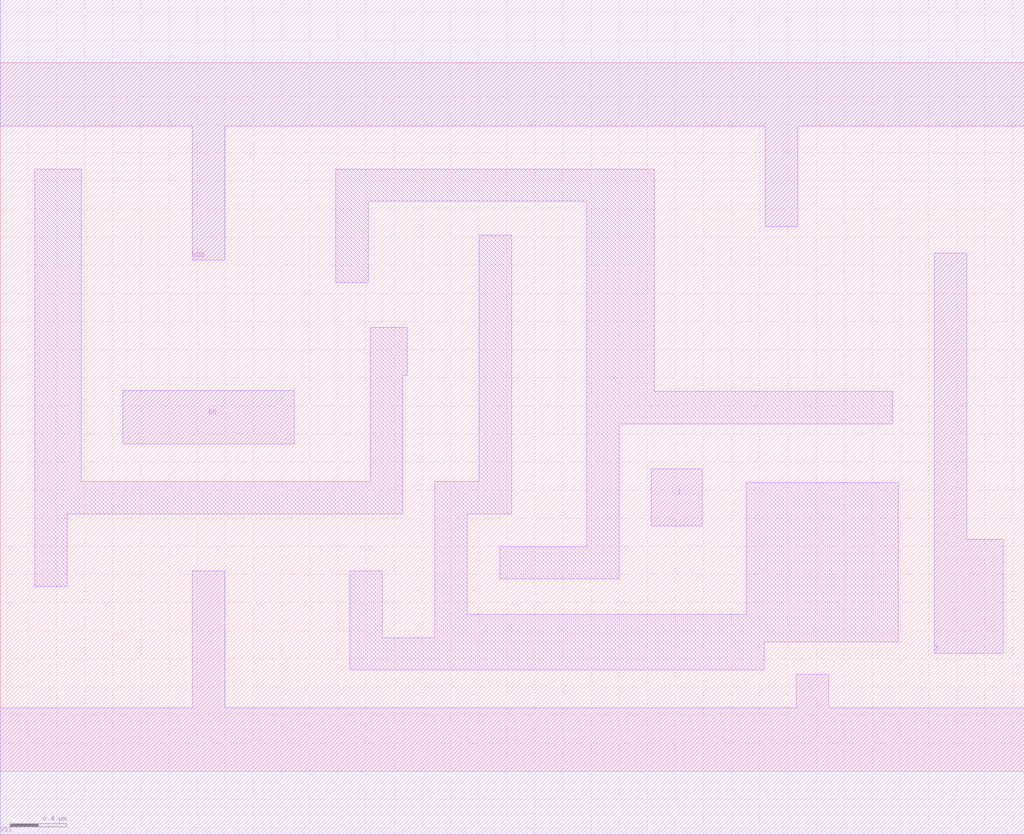
<source format=lef>
# Copyright 2022 GlobalFoundries PDK Authors
#
# Licensed under the Apache License, Version 2.0 (the "License");
# you may not use this file except in compliance with the License.
# You may obtain a copy of the License at
#
#      http://www.apache.org/licenses/LICENSE-2.0
#
# Unless required by applicable law or agreed to in writing, software
# distributed under the License is distributed on an "AS IS" BASIS,
# WITHOUT WARRANTIES OR CONDITIONS OF ANY KIND, either express or implied.
# See the License for the specific language governing permissions and
# limitations under the License.

MACRO gf180mcu_fd_sc_mcu9t5v0__bufz_1
  CLASS core ;
  FOREIGN gf180mcu_fd_sc_mcu9t5v0__bufz_1 0.0 0.0 ;
  ORIGIN 0 0 ;
  SYMMETRY X Y ;
  SITE GF018hv5v_green_sc9 ;
  SIZE 7.28 BY 5.04 ;
  PIN EN
    DIRECTION INPUT ;
    ANTENNAGATEAREA 1.698 ;
    PORT
      LAYER METAL1 ;
        POLYGON 0.87 2.33 2.09 2.33 2.09 2.71 0.87 2.71  ;
    END
  END EN
  PIN I
    DIRECTION INPUT ;
    ANTENNAGATEAREA 0.849 ;
    PORT
      LAYER METAL1 ;
        POLYGON 4.63 1.745 4.99 1.745 4.99 2.15 4.63 2.15  ;
    END
  END I
  PIN Z
    DIRECTION OUTPUT ;
    ANTENNADIFFAREA 1.386 ;
    PORT
      LAYER METAL1 ;
        POLYGON 6.64 0.84 7.13 0.84 7.13 1.65 6.87 1.65 6.87 3.685 6.64 3.685  ;
    END
  END Z
  PIN VDD
    DIRECTION INOUT ;
    USE power ;
    SHAPE ABUTMENT ;
    PORT
      LAYER METAL1 ;
        POLYGON 0 4.59 1.365 4.59 1.365 3.635 1.595 3.635 1.595 4.59 5.44 4.59 5.44 3.875 5.67 3.875 5.67 4.59 6.345 4.59 6.385 4.59 7.28 4.59 7.28 5.49 6.385 5.49 6.345 5.49 0 5.49  ;
    END
  END VDD
  PIN VSS
    DIRECTION INOUT ;
    USE ground ;
    SHAPE ABUTMENT ;
    PORT
      LAYER METAL1 ;
        POLYGON 0 -0.45 7.28 -0.45 7.28 0.45 5.89 0.45 5.89 0.69 5.66 0.69 5.66 0.45 1.595 0.45 1.595 1.425 1.365 1.425 1.365 0.45 0 0.45  ;
    END
  END VSS
  OBS
      LAYER METAL1 ;
        POLYGON 0.245 1.315 0.475 1.315 0.475 1.83 2.86 1.83 2.86 2.815 2.895 2.815 2.895 3.155 2.63 3.155 2.63 2.06 0.575 2.06 0.575 4.285 0.245 4.285  ;
        POLYGON 2.385 3.475 2.615 3.475 2.615 4.055 4.17 4.055 4.17 1.6 3.55 1.6 3.55 1.37 4.4 1.37 4.4 2.47 6.345 2.47 6.345 2.7 4.65 2.7 4.65 4.285 2.385 4.285  ;
        POLYGON 2.485 0.72 5.43 0.72 5.43 0.92 6.385 0.92 6.385 2.055 5.305 2.055 5.305 1.115 3.32 1.115 3.32 1.83 3.635 1.83 3.635 3.815 3.405 3.815 3.405 2.06 3.09 2.06 3.09 0.95 2.715 0.95 2.715 1.425 2.485 1.425  ;
  END
END gf180mcu_fd_sc_mcu9t5v0__bufz_1

</source>
